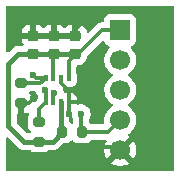
<source format=gbr>
%TF.GenerationSoftware,KiCad,Pcbnew,9.0.3*%
%TF.CreationDate,2026-01-09T14:10:27-05:00*%
%TF.ProjectId,BME280_Module,424d4532-3830-45f4-9d6f-64756c652e6b,rev?*%
%TF.SameCoordinates,Original*%
%TF.FileFunction,Copper,L1,Top*%
%TF.FilePolarity,Positive*%
%FSLAX46Y46*%
G04 Gerber Fmt 4.6, Leading zero omitted, Abs format (unit mm)*
G04 Created by KiCad (PCBNEW 9.0.3) date 2026-01-09 14:10:27*
%MOMM*%
%LPD*%
G01*
G04 APERTURE LIST*
G04 Aperture macros list*
%AMRoundRect*
0 Rectangle with rounded corners*
0 $1 Rounding radius*
0 $2 $3 $4 $5 $6 $7 $8 $9 X,Y pos of 4 corners*
0 Add a 4 corners polygon primitive as box body*
4,1,4,$2,$3,$4,$5,$6,$7,$8,$9,$2,$3,0*
0 Add four circle primitives for the rounded corners*
1,1,$1+$1,$2,$3*
1,1,$1+$1,$4,$5*
1,1,$1+$1,$6,$7*
1,1,$1+$1,$8,$9*
0 Add four rect primitives between the rounded corners*
20,1,$1+$1,$2,$3,$4,$5,0*
20,1,$1+$1,$4,$5,$6,$7,0*
20,1,$1+$1,$6,$7,$8,$9,0*
20,1,$1+$1,$8,$9,$2,$3,0*%
G04 Aperture macros list end*
%TA.AperFunction,ComponentPad*%
%ADD10R,1.700000X1.700000*%
%TD*%
%TA.AperFunction,ComponentPad*%
%ADD11C,1.700000*%
%TD*%
%TA.AperFunction,SMDPad,CuDef*%
%ADD12R,0.350000X0.500000*%
%TD*%
%TA.AperFunction,SMDPad,CuDef*%
%ADD13RoundRect,0.225000X0.250000X-0.225000X0.250000X0.225000X-0.250000X0.225000X-0.250000X-0.225000X0*%
%TD*%
%TA.AperFunction,SMDPad,CuDef*%
%ADD14RoundRect,0.200000X0.275000X-0.200000X0.275000X0.200000X-0.275000X0.200000X-0.275000X-0.200000X0*%
%TD*%
%TA.AperFunction,SMDPad,CuDef*%
%ADD15RoundRect,0.200000X-0.275000X0.200000X-0.275000X-0.200000X0.275000X-0.200000X0.275000X0.200000X0*%
%TD*%
%TA.AperFunction,SMDPad,CuDef*%
%ADD16RoundRect,0.200000X-0.200000X-0.275000X0.200000X-0.275000X0.200000X0.275000X-0.200000X0.275000X0*%
%TD*%
%TA.AperFunction,ViaPad*%
%ADD17C,0.600000*%
%TD*%
%TA.AperFunction,Conductor*%
%ADD18C,0.300000*%
%TD*%
%TA.AperFunction,Conductor*%
%ADD19C,0.400000*%
%TD*%
G04 APERTURE END LIST*
D10*
%TO.P,J2,1,Pin_1*%
%TO.N,3V3*%
X136144000Y-86868000D03*
D11*
%TO.P,J2,2,Pin_2*%
%TO.N,/SDO*%
X136144000Y-89408000D03*
%TO.P,J2,3,Pin_3*%
%TO.N,/SCL*%
X136144000Y-91948000D03*
%TO.P,J2,4,Pin_4*%
%TO.N,/SDA*%
X136144000Y-94488000D03*
%TO.P,J2,5,Pin_5*%
%TO.N,GND*%
X136144000Y-97028000D03*
%TD*%
D12*
%TO.P,U1,1,GND*%
%TO.N,GND*%
X131785000Y-92973000D03*
%TO.P,U1,2,CSB*%
%TO.N,3V3*%
X131135000Y-92973000D03*
%TO.P,U1,3,SDI*%
%TO.N,/SDA*%
X130485000Y-92973000D03*
%TO.P,U1,4,SCK*%
%TO.N,/SCL*%
X129835000Y-92973000D03*
%TO.P,U1,5,SDO*%
%TO.N,/SDO*%
X129835000Y-90923000D03*
%TO.P,U1,6,VDDIO*%
%TO.N,3V3*%
X130485000Y-90923000D03*
%TO.P,U1,7,GND*%
%TO.N,GND*%
X131135000Y-90923000D03*
%TO.P,U1,8,VDD*%
%TO.N,3V3*%
X131785000Y-90923000D03*
%TD*%
D13*
%TO.P,C3,1*%
%TO.N,3V3*%
X130556000Y-88913000D03*
%TO.P,C3,2*%
%TO.N,GND*%
X130556000Y-87363000D03*
%TD*%
%TO.P,C2,1*%
%TO.N,3V3*%
X128778000Y-88913000D03*
%TO.P,C2,2*%
%TO.N,GND*%
X128778000Y-87363000D03*
%TD*%
%TO.P,C1,1*%
%TO.N,3V3*%
X132334000Y-88913000D03*
%TO.P,C1,2*%
%TO.N,GND*%
X132334000Y-87363000D03*
%TD*%
D14*
%TO.P,R2,1*%
%TO.N,3V3*%
X129286000Y-96329000D03*
%TO.P,R2,2*%
%TO.N,/SCL*%
X129286000Y-94679000D03*
%TD*%
D15*
%TO.P,R3,1*%
%TO.N,/SDO*%
X127762000Y-91377000D03*
%TO.P,R3,2*%
%TO.N,GND*%
X127762000Y-93027000D03*
%TD*%
D16*
%TO.P,R1,1*%
%TO.N,3V3*%
X131255000Y-95504000D03*
%TO.P,R1,2*%
%TO.N,/SDA*%
X132905000Y-95504000D03*
%TD*%
D17*
%TO.N,GND*%
X133350000Y-85852000D03*
X131835000Y-93980000D03*
X128778000Y-92710000D03*
X133350000Y-96774000D03*
X127000000Y-88138000D03*
X133604000Y-90678000D03*
X127762000Y-94234000D03*
%TO.N,/SDO*%
X128778000Y-90678000D03*
%TO.N,/SCL*%
X129794000Y-91948000D03*
%TO.N,/SDA*%
X132842000Y-93980000D03*
X130556000Y-92202000D03*
%TD*%
D18*
%TO.N,GND*%
X132334000Y-86868000D02*
X133350000Y-85852000D01*
X132334000Y-87363000D02*
X132334000Y-86868000D01*
X127762000Y-93027000D02*
X128461000Y-93027000D01*
X128461000Y-93027000D02*
X128778000Y-92710000D01*
X132232000Y-92050000D02*
X133604000Y-90678000D01*
X131785000Y-92050000D02*
X132232000Y-92050000D01*
%TO.N,/SDA*%
X135128000Y-95504000D02*
X136144000Y-94488000D01*
X132905000Y-95504000D02*
X135128000Y-95504000D01*
%TO.N,GND*%
X135890000Y-96774000D02*
X136144000Y-97028000D01*
X133350000Y-96774000D02*
X135890000Y-96774000D01*
%TO.N,3V3*%
X134620000Y-86868000D02*
X136144000Y-86868000D01*
X132575000Y-88913000D02*
X134620000Y-86868000D01*
X132334000Y-88913000D02*
X132575000Y-88913000D01*
D19*
X130430000Y-96329000D02*
X131255000Y-95504000D01*
X128018000Y-96329000D02*
X129286000Y-96329000D01*
X126685000Y-94996000D02*
X128018000Y-96329000D01*
D18*
X131785000Y-90923000D02*
X131785000Y-89462000D01*
X130485000Y-90923000D02*
X130485000Y-88984000D01*
D19*
X132547000Y-88687000D02*
X132588000Y-88646000D01*
X126685000Y-89723000D02*
X126685000Y-94996000D01*
D18*
X130485000Y-88984000D02*
X130556000Y-88913000D01*
D19*
X129286000Y-96329000D02*
X130430000Y-96329000D01*
X128778000Y-88913000D02*
X127495000Y-88913000D01*
X127495000Y-88913000D02*
X126685000Y-89723000D01*
X131135000Y-95384000D02*
X131135000Y-92973000D01*
X131255000Y-95504000D02*
X131135000Y-95384000D01*
D18*
X131785000Y-89462000D02*
X132334000Y-88913000D01*
D19*
X128778000Y-88913000D02*
X132334000Y-88913000D01*
D18*
%TO.N,GND*%
X131785000Y-92050000D02*
X131135000Y-91400000D01*
X131135000Y-91400000D02*
X131135000Y-90923000D01*
X128778000Y-87363000D02*
X127775000Y-87363000D01*
X127762000Y-93027000D02*
X127762000Y-94234000D01*
X131785000Y-92973000D02*
X131785000Y-93930000D01*
X127775000Y-87363000D02*
X127000000Y-88138000D01*
X131785000Y-93930000D02*
X131835000Y-93980000D01*
X131785000Y-92973000D02*
X131785000Y-92050000D01*
X128778000Y-87363000D02*
X132334000Y-87363000D01*
%TO.N,/SDO*%
X129835000Y-90923000D02*
X129023000Y-90923000D01*
X129023000Y-90923000D02*
X128778000Y-90678000D01*
X129381000Y-91377000D02*
X129835000Y-90923000D01*
X127762000Y-91377000D02*
X129381000Y-91377000D01*
%TO.N,/SCL*%
X129286000Y-93522000D02*
X129835000Y-92973000D01*
X129286000Y-94679000D02*
X129286000Y-93522000D01*
X129835000Y-91989000D02*
X129794000Y-91948000D01*
X129835000Y-92973000D02*
X129835000Y-91989000D01*
%TO.N,/SDA*%
X130485000Y-92273000D02*
X130556000Y-92202000D01*
X130485000Y-92973000D02*
X130485000Y-92273000D01*
X132842000Y-95441000D02*
X132905000Y-95504000D01*
X132842000Y-93980000D02*
X132842000Y-95441000D01*
%TD*%
%TA.AperFunction,Conductor*%
%TO.N,GND*%
G36*
X140666539Y-84848185D02*
G01*
X140712294Y-84900989D01*
X140723500Y-84952500D01*
X140723500Y-98689500D01*
X140703815Y-98756539D01*
X140651011Y-98802294D01*
X140599500Y-98813500D01*
X126608500Y-98813500D01*
X126541461Y-98793815D01*
X126495706Y-98741011D01*
X126484500Y-98689500D01*
X126484500Y-96085519D01*
X126504185Y-96018480D01*
X126556989Y-95972725D01*
X126626147Y-95962781D01*
X126689703Y-95991806D01*
X126696181Y-95997838D01*
X127571453Y-96873111D01*
X127571454Y-96873112D01*
X127686192Y-96949777D01*
X127813667Y-97002578D01*
X127813672Y-97002580D01*
X127813676Y-97002580D01*
X127813677Y-97002581D01*
X127949003Y-97029500D01*
X127949006Y-97029500D01*
X127949007Y-97029500D01*
X128469480Y-97029500D01*
X128536519Y-97049185D01*
X128557161Y-97065819D01*
X128575811Y-97084469D01*
X128575813Y-97084470D01*
X128575815Y-97084472D01*
X128721394Y-97172478D01*
X128883804Y-97223086D01*
X128954384Y-97229500D01*
X128954387Y-97229500D01*
X129617613Y-97229500D01*
X129617616Y-97229500D01*
X129688196Y-97223086D01*
X129850606Y-97172478D01*
X129996185Y-97084472D01*
X129996189Y-97084468D01*
X130014839Y-97065819D01*
X130076162Y-97032334D01*
X130102520Y-97029500D01*
X130498996Y-97029500D01*
X130590040Y-97011389D01*
X130634328Y-97002580D01*
X130731877Y-96962174D01*
X130761807Y-96949777D01*
X130761808Y-96949776D01*
X130761811Y-96949775D01*
X130876543Y-96873114D01*
X131233838Y-96515819D01*
X131295161Y-96482334D01*
X131321519Y-96479500D01*
X131511613Y-96479500D01*
X131511616Y-96479500D01*
X131582196Y-96473086D01*
X131744606Y-96422478D01*
X131890185Y-96334472D01*
X131928510Y-96296147D01*
X131992319Y-96232339D01*
X132053642Y-96198854D01*
X132123334Y-96203838D01*
X132167681Y-96232339D01*
X132269811Y-96334469D01*
X132269813Y-96334470D01*
X132269815Y-96334472D01*
X132415394Y-96422478D01*
X132577804Y-96473086D01*
X132648384Y-96479500D01*
X132648387Y-96479500D01*
X133161613Y-96479500D01*
X133161616Y-96479500D01*
X133232196Y-96473086D01*
X133394606Y-96422478D01*
X133540185Y-96334472D01*
X133660472Y-96214185D01*
X133660474Y-96214180D01*
X133665094Y-96208285D01*
X133666117Y-96209087D01*
X133711904Y-96167160D01*
X133766489Y-96154500D01*
X134871581Y-96154500D01*
X134938620Y-96174185D01*
X134984375Y-96226989D01*
X134994319Y-96296147D01*
X134982066Y-96334795D01*
X134892904Y-96509782D01*
X134827242Y-96711869D01*
X134827242Y-96711872D01*
X134794000Y-96921753D01*
X134794000Y-97134246D01*
X134827242Y-97344127D01*
X134827242Y-97344130D01*
X134892904Y-97546217D01*
X134989375Y-97735550D01*
X135028728Y-97789716D01*
X135661037Y-97157408D01*
X135678075Y-97220993D01*
X135743901Y-97335007D01*
X135836993Y-97428099D01*
X135951007Y-97493925D01*
X136014590Y-97510962D01*
X135382282Y-98143269D01*
X135382282Y-98143270D01*
X135436449Y-98182624D01*
X135625782Y-98279095D01*
X135827870Y-98344757D01*
X136037754Y-98378000D01*
X136250246Y-98378000D01*
X136460127Y-98344757D01*
X136460130Y-98344757D01*
X136662217Y-98279095D01*
X136851554Y-98182622D01*
X136905716Y-98143270D01*
X136905717Y-98143270D01*
X136273408Y-97510962D01*
X136336993Y-97493925D01*
X136451007Y-97428099D01*
X136544099Y-97335007D01*
X136609925Y-97220993D01*
X136626962Y-97157408D01*
X137259270Y-97789717D01*
X137259270Y-97789716D01*
X137298622Y-97735554D01*
X137395095Y-97546217D01*
X137460757Y-97344130D01*
X137460757Y-97344127D01*
X137494000Y-97134246D01*
X137494000Y-96921753D01*
X137460757Y-96711872D01*
X137460757Y-96711869D01*
X137395095Y-96509782D01*
X137298624Y-96320449D01*
X137259270Y-96266282D01*
X137259269Y-96266282D01*
X136626962Y-96898590D01*
X136609925Y-96835007D01*
X136544099Y-96720993D01*
X136451007Y-96627901D01*
X136336993Y-96562075D01*
X136273408Y-96545037D01*
X136905716Y-95912728D01*
X136851547Y-95873373D01*
X136851547Y-95873372D01*
X136842500Y-95868763D01*
X136791706Y-95820788D01*
X136774912Y-95752966D01*
X136797451Y-95686832D01*
X136842508Y-95647793D01*
X136851816Y-95643051D01*
X136971100Y-95556387D01*
X137023786Y-95518109D01*
X137023788Y-95518106D01*
X137023792Y-95518104D01*
X137174104Y-95367792D01*
X137174106Y-95367788D01*
X137174109Y-95367786D01*
X137299048Y-95195820D01*
X137299047Y-95195820D01*
X137299051Y-95195816D01*
X137395557Y-95006412D01*
X137461246Y-94804243D01*
X137494500Y-94594287D01*
X137494500Y-94381713D01*
X137461246Y-94171757D01*
X137395557Y-93969588D01*
X137299051Y-93780184D01*
X137299049Y-93780181D01*
X137299048Y-93780179D01*
X137174109Y-93608213D01*
X137023786Y-93457890D01*
X136851820Y-93332951D01*
X136850456Y-93332256D01*
X136843054Y-93328485D01*
X136792259Y-93280512D01*
X136775463Y-93212692D01*
X136797999Y-93146556D01*
X136843054Y-93107515D01*
X136851816Y-93103051D01*
X136929398Y-93046685D01*
X137023786Y-92978109D01*
X137023788Y-92978106D01*
X137023792Y-92978104D01*
X137174104Y-92827792D01*
X137174106Y-92827788D01*
X137174109Y-92827786D01*
X137299048Y-92655820D01*
X137299047Y-92655820D01*
X137299051Y-92655816D01*
X137395557Y-92466412D01*
X137461246Y-92264243D01*
X137494500Y-92054287D01*
X137494500Y-91841713D01*
X137461246Y-91631757D01*
X137395557Y-91429588D01*
X137299051Y-91240184D01*
X137299049Y-91240181D01*
X137299048Y-91240179D01*
X137174109Y-91068213D01*
X137023786Y-90917890D01*
X136851820Y-90792951D01*
X136851115Y-90792591D01*
X136843054Y-90788485D01*
X136792259Y-90740512D01*
X136775463Y-90672692D01*
X136797999Y-90606556D01*
X136843054Y-90567515D01*
X136851816Y-90563051D01*
X136888178Y-90536633D01*
X137023786Y-90438109D01*
X137023788Y-90438106D01*
X137023792Y-90438104D01*
X137174104Y-90287792D01*
X137174106Y-90287788D01*
X137174109Y-90287786D01*
X137299048Y-90115820D01*
X137299047Y-90115820D01*
X137299051Y-90115816D01*
X137395557Y-89926412D01*
X137461246Y-89724243D01*
X137494500Y-89514287D01*
X137494500Y-89301713D01*
X137461246Y-89091757D01*
X137395557Y-88889588D01*
X137299051Y-88700184D01*
X137299049Y-88700181D01*
X137299048Y-88700179D01*
X137174109Y-88528213D01*
X137060569Y-88414673D01*
X137027084Y-88353350D01*
X137032068Y-88283658D01*
X137073940Y-88227725D01*
X137104915Y-88210810D01*
X137236331Y-88161796D01*
X137351546Y-88075546D01*
X137437796Y-87960331D01*
X137488091Y-87825483D01*
X137494500Y-87765873D01*
X137494499Y-85970128D01*
X137488091Y-85910517D01*
X137437796Y-85775669D01*
X137437795Y-85775668D01*
X137437793Y-85775664D01*
X137351547Y-85660455D01*
X137351544Y-85660452D01*
X137236335Y-85574206D01*
X137236328Y-85574202D01*
X137101482Y-85523908D01*
X137101483Y-85523908D01*
X137041883Y-85517501D01*
X137041881Y-85517500D01*
X137041873Y-85517500D01*
X137041864Y-85517500D01*
X135246129Y-85517500D01*
X135246123Y-85517501D01*
X135186516Y-85523908D01*
X135051671Y-85574202D01*
X135051664Y-85574206D01*
X134936455Y-85660452D01*
X134936452Y-85660455D01*
X134850206Y-85775664D01*
X134850202Y-85775671D01*
X134799908Y-85910517D01*
X134793501Y-85970116D01*
X134793501Y-85970123D01*
X134793500Y-85970135D01*
X134793500Y-86093500D01*
X134773815Y-86160539D01*
X134721011Y-86206294D01*
X134669500Y-86217500D01*
X134555929Y-86217500D01*
X134430261Y-86242497D01*
X134430255Y-86242499D01*
X134311874Y-86291534D01*
X134205326Y-86362726D01*
X133509217Y-87058835D01*
X133447894Y-87092320D01*
X133378202Y-87087336D01*
X133322269Y-87045464D01*
X133303091Y-86996407D01*
X133300273Y-86997011D01*
X133298857Y-86990396D01*
X133245547Y-86829518D01*
X133245542Y-86829507D01*
X133156575Y-86685271D01*
X133156572Y-86685267D01*
X133036732Y-86565427D01*
X133036728Y-86565424D01*
X132892492Y-86476457D01*
X132892481Y-86476452D01*
X132731606Y-86423144D01*
X132632322Y-86413000D01*
X132584000Y-86413000D01*
X132584000Y-87239000D01*
X132564315Y-87306039D01*
X132511511Y-87351794D01*
X132460000Y-87363000D01*
X132334000Y-87363000D01*
X132334000Y-87489000D01*
X132314315Y-87556039D01*
X132261511Y-87601794D01*
X132210000Y-87613000D01*
X127803001Y-87613000D01*
X127803001Y-87636322D01*
X127813144Y-87735607D01*
X127866452Y-87896481D01*
X127866457Y-87896492D01*
X127944738Y-88023403D01*
X127963179Y-88090795D01*
X127942257Y-88157458D01*
X127888615Y-88202228D01*
X127839200Y-88212500D01*
X127426004Y-88212500D01*
X127290677Y-88239418D01*
X127290667Y-88239421D01*
X127163192Y-88292222D01*
X127048454Y-88368887D01*
X127048453Y-88368888D01*
X126696181Y-88721161D01*
X126634858Y-88754646D01*
X126565166Y-88749662D01*
X126509233Y-88707790D01*
X126484816Y-88642326D01*
X126484500Y-88633480D01*
X126484500Y-87089677D01*
X127803000Y-87089677D01*
X127803000Y-87113000D01*
X128528000Y-87113000D01*
X128528000Y-86413000D01*
X129028000Y-86413000D01*
X129028000Y-87113000D01*
X130306000Y-87113000D01*
X130306000Y-86413000D01*
X130806000Y-86413000D01*
X130806000Y-87113000D01*
X132084000Y-87113000D01*
X132084000Y-86413000D01*
X132083999Y-86412999D01*
X132035693Y-86413000D01*
X132035675Y-86413001D01*
X131936392Y-86423144D01*
X131775518Y-86476452D01*
X131775507Y-86476457D01*
X131631271Y-86565424D01*
X131532681Y-86664014D01*
X131471358Y-86697498D01*
X131401666Y-86692514D01*
X131357319Y-86664014D01*
X131258728Y-86565424D01*
X131114492Y-86476457D01*
X131114481Y-86476452D01*
X130953606Y-86423144D01*
X130854322Y-86413000D01*
X130806000Y-86413000D01*
X130306000Y-86413000D01*
X130305999Y-86412999D01*
X130257693Y-86413000D01*
X130257675Y-86413001D01*
X130158392Y-86423144D01*
X129997518Y-86476452D01*
X129997507Y-86476457D01*
X129853271Y-86565424D01*
X129754681Y-86664014D01*
X129693358Y-86697498D01*
X129623666Y-86692514D01*
X129579319Y-86664014D01*
X129480728Y-86565424D01*
X129336492Y-86476457D01*
X129336481Y-86476452D01*
X129175606Y-86423144D01*
X129076322Y-86413000D01*
X129028000Y-86413000D01*
X128528000Y-86413000D01*
X128527999Y-86412999D01*
X128479693Y-86413000D01*
X128479675Y-86413001D01*
X128380392Y-86423144D01*
X128219518Y-86476452D01*
X128219507Y-86476457D01*
X128075271Y-86565424D01*
X128075267Y-86565427D01*
X127955427Y-86685267D01*
X127955424Y-86685271D01*
X127866457Y-86829507D01*
X127866452Y-86829518D01*
X127813144Y-86990393D01*
X127803000Y-87089677D01*
X126484500Y-87089677D01*
X126484500Y-84952500D01*
X126504185Y-84885461D01*
X126556989Y-84839706D01*
X126608500Y-84828500D01*
X140599500Y-84828500D01*
X140666539Y-84848185D01*
G37*
%TD.AperFunction*%
%TA.AperFunction,Conductor*%
G36*
X127955039Y-93046685D02*
G01*
X128000794Y-93099489D01*
X128012000Y-93151000D01*
X128012000Y-93926999D01*
X128093581Y-93926999D01*
X128164102Y-93920591D01*
X128164104Y-93920591D01*
X128302789Y-93877374D01*
X128372649Y-93876222D01*
X128432042Y-93913022D01*
X128462111Y-93976091D01*
X128453309Y-94045404D01*
X128445798Y-94059908D01*
X128367523Y-94189391D01*
X128316913Y-94351807D01*
X128314196Y-94381713D01*
X128310500Y-94422384D01*
X128310500Y-94935616D01*
X128312423Y-94956778D01*
X128316913Y-95006192D01*
X128316913Y-95006194D01*
X128316914Y-95006196D01*
X128316982Y-95006414D01*
X128367522Y-95168606D01*
X128455530Y-95314188D01*
X128557661Y-95416319D01*
X128561999Y-95424264D01*
X128569247Y-95429690D01*
X128578481Y-95454449D01*
X128591146Y-95477642D01*
X128590500Y-95486671D01*
X128593664Y-95495154D01*
X128588047Y-95520974D01*
X128586162Y-95547334D01*
X128580343Y-95556387D01*
X128578812Y-95563427D01*
X128557661Y-95591681D01*
X128557161Y-95592181D01*
X128495838Y-95625666D01*
X128469480Y-95628500D01*
X128359519Y-95628500D01*
X128292480Y-95608815D01*
X128271838Y-95592181D01*
X127421819Y-94742162D01*
X127388334Y-94680839D01*
X127385500Y-94654481D01*
X127385500Y-94050998D01*
X127405185Y-93983959D01*
X127457989Y-93938204D01*
X127509500Y-93926998D01*
X127512000Y-93926998D01*
X127512000Y-93151000D01*
X127531685Y-93083961D01*
X127584489Y-93038206D01*
X127636000Y-93027000D01*
X127888000Y-93027000D01*
X127955039Y-93046685D01*
G37*
%TD.AperFunction*%
%TA.AperFunction,Conductor*%
G36*
X134670711Y-87770412D02*
G01*
X134735418Y-87775040D01*
X134735419Y-87775041D01*
X134791352Y-87816912D01*
X134792063Y-87818215D01*
X134808266Y-87847889D01*
X134850202Y-87960328D01*
X134850206Y-87960335D01*
X134936452Y-88075544D01*
X134936455Y-88075547D01*
X135051664Y-88161793D01*
X135051671Y-88161797D01*
X135183082Y-88210810D01*
X135239016Y-88252681D01*
X135263433Y-88318145D01*
X135248582Y-88386418D01*
X135227431Y-88414673D01*
X135113889Y-88528215D01*
X134988951Y-88700179D01*
X134892444Y-88889585D01*
X134826753Y-89091760D01*
X134793500Y-89301713D01*
X134793500Y-89514286D01*
X134825688Y-89717516D01*
X134826754Y-89724243D01*
X134888315Y-89913708D01*
X134892444Y-89926414D01*
X134988951Y-90115820D01*
X135113890Y-90287786D01*
X135264213Y-90438109D01*
X135436182Y-90563050D01*
X135444946Y-90567516D01*
X135495742Y-90615491D01*
X135512536Y-90683312D01*
X135489998Y-90749447D01*
X135444946Y-90788484D01*
X135436182Y-90792949D01*
X135264213Y-90917890D01*
X135113890Y-91068213D01*
X134988951Y-91240179D01*
X134892444Y-91429585D01*
X134826753Y-91631760D01*
X134793500Y-91841713D01*
X134793500Y-92054286D01*
X134821235Y-92229401D01*
X134826754Y-92264243D01*
X134885617Y-92445405D01*
X134892444Y-92466414D01*
X134988951Y-92655820D01*
X135113890Y-92827786D01*
X135264213Y-92978109D01*
X135436182Y-93103050D01*
X135444946Y-93107516D01*
X135495742Y-93155491D01*
X135512536Y-93223312D01*
X135489998Y-93289447D01*
X135444946Y-93328484D01*
X135436182Y-93332949D01*
X135264213Y-93457890D01*
X135113890Y-93608213D01*
X134988951Y-93780179D01*
X134892444Y-93969585D01*
X134826753Y-94171760D01*
X134793500Y-94381713D01*
X134793500Y-94594287D01*
X134793499Y-94594287D01*
X134811843Y-94710103D01*
X134802888Y-94779396D01*
X134757892Y-94832848D01*
X134691140Y-94853487D01*
X134689370Y-94853500D01*
X133766489Y-94853500D01*
X133699450Y-94833815D01*
X133677741Y-94816101D01*
X133667762Y-94805875D01*
X133660472Y-94793815D01*
X133540185Y-94673528D01*
X133536360Y-94671216D01*
X133527752Y-94662394D01*
X133515100Y-94638534D01*
X133499395Y-94616565D01*
X133497495Y-94605335D01*
X133495020Y-94600666D01*
X133495578Y-94593999D01*
X133492500Y-94575793D01*
X133492500Y-94484935D01*
X133512185Y-94417896D01*
X133513366Y-94416090D01*
X133551394Y-94359179D01*
X133611737Y-94213497D01*
X133642500Y-94058842D01*
X133642500Y-93901158D01*
X133642500Y-93901155D01*
X133642499Y-93901153D01*
X133622608Y-93801156D01*
X133611737Y-93746503D01*
X133599554Y-93717090D01*
X133551397Y-93600827D01*
X133551390Y-93600814D01*
X133463789Y-93469711D01*
X133463786Y-93469707D01*
X133352292Y-93358213D01*
X133352288Y-93358210D01*
X133221185Y-93270609D01*
X133221172Y-93270602D01*
X133075501Y-93210264D01*
X133075489Y-93210261D01*
X132920845Y-93179500D01*
X132920842Y-93179500D01*
X132763158Y-93179500D01*
X132763155Y-93179500D01*
X132602528Y-93211451D01*
X132602016Y-93208879D01*
X132543498Y-93209357D01*
X132489780Y-93177780D01*
X132460000Y-93148000D01*
X131959500Y-93148000D01*
X131950814Y-93145449D01*
X131941853Y-93146738D01*
X131917812Y-93135759D01*
X131892461Y-93128315D01*
X131886533Y-93121474D01*
X131878297Y-93117713D01*
X131864007Y-93095478D01*
X131846706Y-93075511D01*
X131844418Y-93064996D01*
X131840523Y-93058935D01*
X131835500Y-93024000D01*
X131835500Y-92922000D01*
X131855185Y-92854961D01*
X131907989Y-92809206D01*
X131959500Y-92798000D01*
X132460000Y-92798000D01*
X132460000Y-92675172D01*
X132459999Y-92675155D01*
X132453598Y-92615627D01*
X132453596Y-92615620D01*
X132403354Y-92480913D01*
X132403350Y-92480906D01*
X132317190Y-92365812D01*
X132317187Y-92365809D01*
X132202093Y-92279649D01*
X132202086Y-92279645D01*
X132067379Y-92229403D01*
X132067372Y-92229401D01*
X132007844Y-92223000D01*
X131960000Y-92223000D01*
X131960000Y-92383565D01*
X131952173Y-92410218D01*
X131947596Y-92437624D01*
X131942465Y-92443280D01*
X131940315Y-92450604D01*
X131919321Y-92468794D01*
X131900654Y-92489375D01*
X131893280Y-92491359D01*
X131887511Y-92496359D01*
X131860012Y-92500312D01*
X131833185Y-92507533D01*
X131825910Y-92505216D01*
X131818353Y-92506303D01*
X131793081Y-92494761D01*
X131766610Y-92486332D01*
X131759229Y-92479302D01*
X131754797Y-92477278D01*
X131740468Y-92462620D01*
X131738543Y-92460294D01*
X131667546Y-92365454D01*
X131647876Y-92350729D01*
X131638468Y-92339360D01*
X131630267Y-92320267D01*
X131617816Y-92303633D01*
X131613973Y-92282333D01*
X131610893Y-92275161D01*
X131611752Y-92270017D01*
X131610000Y-92260305D01*
X131610000Y-92223000D01*
X131562155Y-92223000D01*
X131494913Y-92230231D01*
X131494608Y-92227398D01*
X131438277Y-92224368D01*
X131381613Y-92183491D01*
X131359784Y-92128715D01*
X131357689Y-92129132D01*
X131325738Y-91968510D01*
X131325737Y-91968503D01*
X131273312Y-91841936D01*
X131270795Y-91818526D01*
X131263883Y-91796023D01*
X131267129Y-91784434D01*
X131265843Y-91772467D01*
X131276381Y-91751413D01*
X131282733Y-91728745D01*
X131291730Y-91720751D01*
X131297118Y-91709988D01*
X131317365Y-91697974D01*
X131334965Y-91682338D01*
X131351599Y-91677663D01*
X131357207Y-91674336D01*
X131368704Y-91671975D01*
X131440116Y-91660801D01*
X131462801Y-91663775D01*
X131485624Y-91662140D01*
X131502387Y-91667060D01*
X131502511Y-91667088D01*
X131502517Y-91667091D01*
X131562127Y-91673500D01*
X132007872Y-91673499D01*
X132067483Y-91667091D01*
X132202331Y-91616796D01*
X132317546Y-91530546D01*
X132403796Y-91415331D01*
X132454091Y-91280483D01*
X132460500Y-91220873D01*
X132460499Y-90625128D01*
X132454091Y-90565517D01*
X132443317Y-90536632D01*
X132435500Y-90493300D01*
X132435500Y-89987499D01*
X132455185Y-89920460D01*
X132507989Y-89874705D01*
X132559500Y-89863499D01*
X132632338Y-89863499D01*
X132632344Y-89863499D01*
X132632352Y-89863498D01*
X132632355Y-89863498D01*
X132709554Y-89855612D01*
X132731708Y-89853349D01*
X132892697Y-89800003D01*
X133037044Y-89710968D01*
X133156968Y-89591044D01*
X133246003Y-89446697D01*
X133299349Y-89285708D01*
X133309500Y-89186345D01*
X133309499Y-89149808D01*
X133329182Y-89082770D01*
X133345813Y-89062131D01*
X134604406Y-87803538D01*
X134632242Y-87788339D01*
X134665726Y-87770056D01*
X134665727Y-87770056D01*
X134670711Y-87770412D01*
G37*
%TD.AperFunction*%
%TA.AperFunction,Conductor*%
G36*
X132040703Y-94171577D02*
G01*
X132074061Y-94217838D01*
X132132602Y-94359172D01*
X132132606Y-94359179D01*
X132170602Y-94416044D01*
X132171782Y-94419813D01*
X132174651Y-94422528D01*
X132187285Y-94469325D01*
X132191480Y-94482721D01*
X132191188Y-94483782D01*
X132191500Y-94484935D01*
X132191500Y-94675480D01*
X132171815Y-94742519D01*
X132119011Y-94788274D01*
X132049853Y-94798218D01*
X131986297Y-94769193D01*
X131979819Y-94763161D01*
X131890188Y-94673530D01*
X131884282Y-94668903D01*
X131886111Y-94666567D01*
X131874621Y-94654016D01*
X131852349Y-94632940D01*
X131851250Y-94628485D01*
X131848152Y-94625101D01*
X131835500Y-94570533D01*
X131835500Y-94265290D01*
X131855185Y-94198251D01*
X131907989Y-94152496D01*
X131977147Y-94142552D01*
X132040703Y-94171577D01*
G37*
%TD.AperFunction*%
%TA.AperFunction,Conductor*%
G36*
X128958906Y-92047185D02*
G01*
X129004661Y-92099989D01*
X129013484Y-92127309D01*
X129024261Y-92181489D01*
X129024264Y-92181501D01*
X129084602Y-92327172D01*
X129084609Y-92327185D01*
X129163602Y-92445405D01*
X129169252Y-92463451D01*
X129179477Y-92479361D01*
X129183928Y-92510320D01*
X129184480Y-92512082D01*
X129184500Y-92514296D01*
X129184500Y-92543299D01*
X129176682Y-92586632D01*
X129165908Y-92615516D01*
X129159501Y-92675116D01*
X129159500Y-92675135D01*
X129159500Y-92677191D01*
X129159365Y-92677650D01*
X129159322Y-92678452D01*
X129159132Y-92678441D01*
X129139815Y-92744230D01*
X129123181Y-92764872D01*
X128948680Y-92939373D01*
X128887357Y-92972858D01*
X128817665Y-92967874D01*
X128761732Y-92926002D01*
X128737315Y-92860538D01*
X128736999Y-92851692D01*
X128736999Y-92770417D01*
X128730591Y-92699897D01*
X128730590Y-92699892D01*
X128680018Y-92537603D01*
X128592072Y-92392122D01*
X128489984Y-92290034D01*
X128485645Y-92282088D01*
X128478397Y-92276662D01*
X128469162Y-92251902D01*
X128456499Y-92228711D01*
X128457144Y-92219680D01*
X128453981Y-92211198D01*
X128459597Y-92185377D01*
X128461483Y-92159019D01*
X128467301Y-92149965D01*
X128468833Y-92142925D01*
X128489982Y-92114674D01*
X128540839Y-92063818D01*
X128602162Y-92030334D01*
X128628519Y-92027500D01*
X128891867Y-92027500D01*
X128958906Y-92047185D01*
G37*
%TD.AperFunction*%
%TD*%
M02*

</source>
